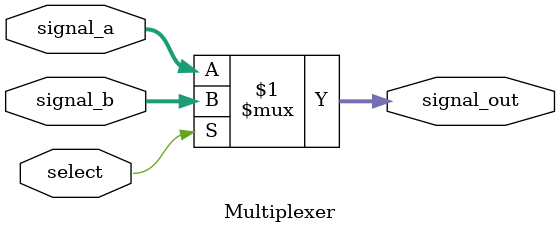
<source format=sv>
`timescale 1ns / 1ps

module Multiplexer(signal_a, signal_b, select, signal_out);
	input [31:0] signal_a, signal_b;
	input select;
	output [31:0] signal_out;

	assign signal_out = select? signal_b: signal_a;
endmodule

</source>
